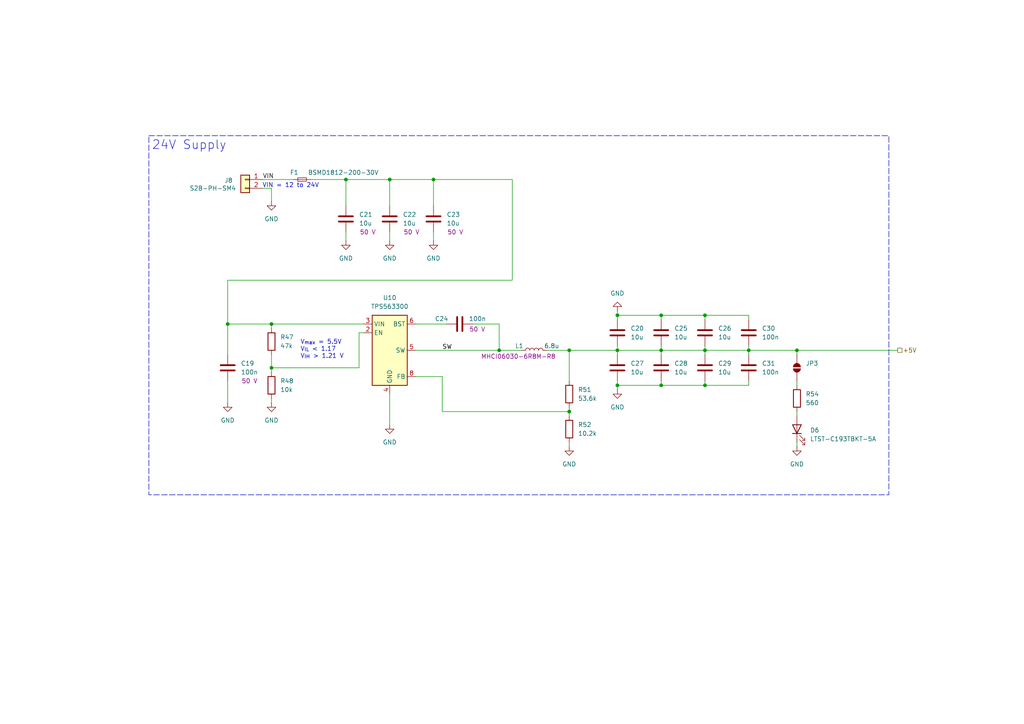
<source format=kicad_sch>
(kicad_sch (version 20250114) (generator "eeschema") (generator_version "9.0")
  (paper "A4")
  (lib_symbols
    (symbol "Connector_Generic:Conn_01x02" (pin_names (offset 1.016) (hide yes))
      (property "Reference" "J" (at 0 2.54 0))
      (property "Value" "Conn_01x02" (at 0 -5.08 0))
      (symbol "Conn_01x02_1_1"
        (rectangle (start -1.27 1.27) (end 1.27 -3.81) (stroke (width 0.254)) (fill (type background)))
        (rectangle (start -1.27 0.127) (end 0 -0.127) (stroke (width 0.1524)))
        (rectangle (start -1.27 -2.413) (end 0 -2.667) (stroke (width 0.1524)))
        (pin passive line (at -5.08 0 0) (length 3.81) (name "Pin_1") (number "1"))
        (pin passive line (at -5.08 -2.54 0) (length 3.81) (name "Pin_2") (number "2"))
      )
    )
    (symbol "Device:C" (pin_numbers (hide yes)) (pin_names (offset 0.254))
      (property "Reference" "C" (at 0.635 2.54 0))
      (property "Value" "C" (at 0.635 -2.54 0))
      (symbol "C_0_1"
        (polyline (pts (xy -2.032 0.762) (xy 2.032 0.762)) (stroke (width 0.508)))
        (polyline (pts (xy -2.032 -0.762) (xy 2.032 -0.762)) (stroke (width 0.508)))
      )
      (symbol "C_1_1"
        (pin passive line (at 0 3.81 270) (length 2.794) (name "~") (number "1"))
        (pin passive line (at 0 -3.81 90) (length 2.794) (name "~") (number "2"))
      )
    )
    (symbol "Device:Fuse_Small" (pin_numbers (hide yes)) (pin_names (offset 0.254) (hide yes))
      (property "Reference" "F" (at 0 -1.524 0))
      (property "Value" "Fuse_Small" (at 0 1.524 0))
      (symbol "Fuse_Small_0_1"
        (rectangle (start -1.27 0.508) (end 1.27 -0.508))
        (polyline (pts (xy -1.27 0) (xy 1.27 0)))
      )
      (symbol "Fuse_Small_1_1"
        (pin passive line (at -2.54 0 0) (length 1.27) (name "~") (number "1"))
        (pin passive line (at 2.54 0 180) (length 1.27) (name "~") (number "2"))
      )
    )
    (symbol "Device:L" (pin_numbers (hide yes)) (pin_names (offset 1.016) (hide yes))
      (property "Reference" "L" (at -1.27 0 90))
      (property "Value" "L" (at 1.905 0 90))
      (symbol "L_0_1"
        (arc (start 0 2.54) (mid 0.6323 1.905) (end 0 1.27))
        (arc (start 0 1.27) (mid 0.6323 0.635) (end 0 0))
        (arc (start 0 0) (mid 0.6323 -0.635) (end 0 -1.27))
        (arc (start 0 -1.27) (mid 0.6323 -1.905) (end 0 -2.54))
      )
      (symbol "L_1_1"
        (pin passive line (at 0 3.81 270) (length 1.27) (name "1") (number "1"))
        (pin passive line (at 0 -3.81 90) (length 1.27) (name "2") (number "2"))
      )
    )
    (symbol "Device:LED" (pin_numbers (hide yes)) (pin_names (offset 1.016) (hide yes))
      (property "Reference" "D" (at 0 2.54 0))
      (property "Value" "LED" (at 0 -2.54 0))
      (symbol "LED_0_1"
        (polyline (pts (xy -3.048 -0.762) (xy -4.572 -2.286) (xy -3.81 -2.286) (xy -4.572 -2.286) (xy -4.572 -1.524)))
        (polyline (pts (xy -1.778 -0.762) (xy -3.302 -2.286) (xy -2.54 -2.286) (xy -3.302 -2.286) (xy -3.302 -1.524)))
        (polyline (pts (xy -1.27 0) (xy 1.27 0)))
        (polyline (pts (xy -1.27 -1.27) (xy -1.27 1.27)) (stroke (width 0.254)))
        (polyline (pts (xy 1.27 -1.27) (xy 1.27 1.27) (xy -1.27 0) (xy 1.27 -1.27)) (stroke (width 0.254)))
      )
      (symbol "LED_1_1"
        (pin passive line (at -3.81 0 0) (length 2.54) (name "K") (number "1"))
        (pin passive line (at 3.81 0 180) (length 2.54) (name "A") (number "2"))
      )
    )
    (symbol "Device:R" (pin_numbers (hide yes)) (pin_names (offset 0))
      (property "Reference" "R" (at 2.032 0 90))
      (property "Value" "R" (at 0 0 90))
      (symbol "R_0_1"
        (rectangle (start -1.016 -2.54) (end 1.016 2.54) (stroke (width 0.254)))
      )
      (symbol "R_1_1"
        (pin passive line (at 0 3.81 270) (length 1.27) (name "~") (number "1"))
        (pin passive line (at 0 -3.81 90) (length 1.27) (name "~") (number "2"))
      )
    )
    (symbol "Jumper:SolderJumper_2_Open" (pin_numbers (hide yes)) (pin_names (offset 0) (hide yes)) (in_bom no)
      (property "Reference" "JP" (at 0 2.032 0))
      (property "Value" "SolderJumper_2_Open" (at 0 -2.54 0))
      (symbol "SolderJumper_2_Open_0_1"
        (polyline (pts (xy -0.254 1.016) (xy -0.254 -1.016)))
        (arc (start -0.254 -1.016) (mid -1.2656 0) (end -0.254 1.016))
        (arc (start -0.254 -1.016) (mid -1.2656 0) (end -0.254 1.016) (fill (type outline)))
        (arc (start 0.254 1.016) (mid 1.2656 0) (end 0.254 -1.016))
        (arc (start 0.254 1.016) (mid 1.2656 0) (end 0.254 -1.016) (fill (type outline)))
        (polyline (pts (xy 0.254 1.016) (xy 0.254 -1.016)))
      )
      (symbol "SolderJumper_2_Open_1_1"
        (pin passive line (at -3.81 0 0) (length 2.54) (name "A") (number "1"))
        (pin passive line (at 3.81 0 180) (length 2.54) (name "B") (number "2"))
      )
    )
    (symbol "Regulator_Switching:TPS563300"
      (property "Reference" "U" (at 0 13.97 0))
      (property "Value" "TPS563300" (at 0 11.43 0))
      (symbol "TPS563300_0_1"
        (rectangle (start -5.08 10.16) (end 5.08 -10.16) (stroke (width 0.254)) (fill (type background)))
      )
      (symbol "TPS563300_1_1"
        (pin power_in line (at -7.62 7.62 0) (length 2.54) (name "VIN") (number "3"))
        (pin input line (at -7.62 5.08 0) (length 2.54) (name "EN") (number "2"))
        (pin no_connect line (at -5.08 -2.54 0) (length 2.54) (hide yes) (name "NC") (number "7"))
        (pin no_connect line (at -5.08 -5.08 0) (length 2.54) (hide yes) (name "NC") (number "1"))
        (pin power_in line (at 0 -12.7 90) (length 2.54) (name "GND") (number "4"))
        (pin passive line (at 7.62 7.62 180) (length 2.54) (name "BST") (number "6"))
        (pin output line (at 7.62 0 180) (length 2.54) (name "SW") (number "5"))
        (pin input line (at 7.62 -7.62 180) (length 2.54) (name "FB") (number "8"))
      )
    )
    (symbol "power:GND" (power) (pin_numbers (hide yes)) (pin_names (offset 0) (hide yes))
      (property "Value" "GND" (at 0 -3.81 0))
      (symbol "GND_0_1"
        (polyline (pts (xy 0 0) (xy 0 -1.27) (xy 1.27 -1.27) (xy 0 -2.54) (xy -1.27 -1.27) (xy 0 -1.27)))
      )
      (symbol "GND_1_1"
        (pin power_in line (at 0 0 270) (length 0) (name "~") (number "1"))
      )
    )
  )
  (rectangle (start 43.18 39.37) (end 257.81 143.51) (stroke (width 0) (type dash)))
  (text "VIN = 12 to 24V" (at 84.328 53.848 0) (effects (font (size 1.27 1.27))))
  (text "V_{max} = 5.5V\nV_{IL} < 1.17\nV_{IH} > 1.21 V" (at 87.122 98.552 0) (effects (font (size 1.27 1.27)) (justify left top)))
  (text "24V Supply" (at 54.864 42.164 0) (effects (font (size 2.54 2.54))))
  (junction (at 113.03 52.07))
  (junction (at 100.33 52.07))
  (junction (at 231.14 101.6))
  (junction (at 204.47 101.6))
  (junction (at 191.77 111.76))
  (junction (at 179.07 91.44))
  (junction (at 78.74 93.98))
  (junction (at 165.1 101.6))
  (junction (at 204.47 91.44))
  (junction (at 125.73 52.07))
  (junction (at 191.77 91.44))
  (junction (at 78.74 106.68))
  (junction (at 165.1 119.38))
  (junction (at 217.17 101.6))
  (junction (at 144.78 101.6))
  (junction (at 66.04 93.98))
  (junction (at 191.77 101.6))
  (junction (at 179.07 111.76))
  (junction (at 204.47 111.76))
  (junction (at 179.07 101.6))
  (wire (pts (xy 125.73 67.31) (xy 125.73 69.85)))
  (wire (pts (xy 158.75 101.6) (xy 165.1 101.6)))
  (wire (pts (xy 78.74 54.61) (xy 78.74 58.42)))
  (wire (pts (xy 231.14 119.38) (xy 231.14 120.65)))
  (wire (pts (xy 179.07 102.87) (xy 179.07 101.6)))
  (wire (pts (xy 165.1 118.11) (xy 165.1 119.38)))
  (wire (pts (xy 100.33 67.31) (xy 100.33 69.85)))
  (wire (pts (xy 120.65 93.98) (xy 129.54 93.98)))
  (wire (pts (xy 204.47 100.33) (xy 204.47 101.6)))
  (wire (pts (xy 120.65 101.6) (xy 144.78 101.6)))
  (wire (pts (xy 217.17 100.33) (xy 217.17 101.6)))
  (wire (pts (xy 113.03 59.69) (xy 113.03 52.07)))
  (wire (pts (xy 191.77 101.6) (xy 191.77 102.87)))
  (wire (pts (xy 78.74 106.68) (xy 78.74 107.95)))
  (wire (pts (xy 66.04 81.28) (xy 66.04 93.98)))
  (wire (pts (xy 78.74 102.87) (xy 78.74 106.68)))
  (wire (pts (xy 204.47 111.76) (xy 217.17 111.76)))
  (wire (pts (xy 191.77 92.71) (xy 191.77 91.44)))
  (wire (pts (xy 148.59 81.28) (xy 66.04 81.28)))
  (wire (pts (xy 128.27 119.38) (xy 165.1 119.38)))
  (wire (pts (xy 113.03 114.3) (xy 113.03 123.19)))
  (wire (pts (xy 100.33 59.69) (xy 100.33 52.07)))
  (wire (pts (xy 217.17 101.6) (xy 231.14 101.6)))
  (wire (pts (xy 179.07 91.44) (xy 179.07 92.71)))
  (wire (pts (xy 125.73 52.07) (xy 148.59 52.07)))
  (wire (pts (xy 90.17 52.07) (xy 100.33 52.07)))
  (wire (pts (xy 204.47 110.49) (xy 204.47 111.76)))
  (wire (pts (xy 191.77 100.33) (xy 191.77 101.6)))
  (wire (pts (xy 204.47 101.6) (xy 204.47 102.87)))
  (wire (pts (xy 128.27 109.22) (xy 120.65 109.22)))
  (wire (pts (xy 165.1 128.27) (xy 165.1 129.54)))
  (wire (pts (xy 204.47 91.44) (xy 217.17 91.44)))
  (wire (pts (xy 66.04 93.98) (xy 66.04 102.87)))
  (wire (pts (xy 148.59 52.07) (xy 148.59 81.28)))
  (wire (pts (xy 231.14 101.6) (xy 260.35 101.6)))
  (wire (pts (xy 113.03 67.31) (xy 113.03 69.85)))
  (wire (pts (xy 165.1 101.6) (xy 165.1 110.49)))
  (wire (pts (xy 66.04 93.98) (xy 78.74 93.98)))
  (wire (pts (xy 191.77 91.44) (xy 204.47 91.44)))
  (wire (pts (xy 128.27 109.22) (xy 128.27 119.38)))
  (wire (pts (xy 66.04 110.49) (xy 66.04 116.84)))
  (wire (pts (xy 231.14 128.27) (xy 231.14 129.54)))
  (wire (pts (xy 179.07 101.6) (xy 191.77 101.6)))
  (wire (pts (xy 78.74 93.98) (xy 78.74 95.25)))
  (wire (pts (xy 231.14 101.6) (xy 231.14 102.87)))
  (wire (pts (xy 105.41 93.98) (xy 78.74 93.98)))
  (wire (pts (xy 78.74 115.57) (xy 78.74 116.84)))
  (wire (pts (xy 217.17 92.71) (xy 217.17 91.44)))
  (wire (pts (xy 179.07 90.17) (xy 179.07 91.44)))
  (wire (pts (xy 217.17 101.6) (xy 217.17 102.87)))
  (wire (pts (xy 204.47 92.71) (xy 204.47 91.44)))
  (wire (pts (xy 179.07 111.76) (xy 179.07 113.03)))
  (wire (pts (xy 144.78 101.6) (xy 144.78 93.98)))
  (wire (pts (xy 165.1 101.6) (xy 179.07 101.6)))
  (wire (pts (xy 104.14 96.52) (xy 105.41 96.52)))
  (wire (pts (xy 76.2 52.07) (xy 85.09 52.07)))
  (wire (pts (xy 78.74 106.68) (xy 104.14 106.68)))
  (wire (pts (xy 191.77 110.49) (xy 191.77 111.76)))
  (wire (pts (xy 191.77 111.76) (xy 204.47 111.76)))
  (wire (pts (xy 179.07 91.44) (xy 191.77 91.44)))
  (wire (pts (xy 179.07 100.33) (xy 179.07 101.6)))
  (wire (pts (xy 191.77 101.6) (xy 204.47 101.6)))
  (wire (pts (xy 76.2 54.61) (xy 78.74 54.61)))
  (wire (pts (xy 231.14 110.49) (xy 231.14 111.76)))
  (wire (pts (xy 179.07 110.49) (xy 179.07 111.76)))
  (wire (pts (xy 144.78 93.98) (xy 137.16 93.98)))
  (wire (pts (xy 100.33 52.07) (xy 113.03 52.07)))
  (wire (pts (xy 165.1 119.38) (xy 165.1 120.65)))
  (wire (pts (xy 113.03 52.07) (xy 125.73 52.07)))
  (wire (pts (xy 104.14 106.68) (xy 104.14 96.52)))
  (wire (pts (xy 144.78 101.6) (xy 151.13 101.6)))
  (wire (pts (xy 179.07 111.76) (xy 191.77 111.76)))
  (wire (pts (xy 204.47 101.6) (xy 217.17 101.6)))
  (wire (pts (xy 217.17 110.49) (xy 217.17 111.76)))
  (wire (pts (xy 125.73 59.69) (xy 125.73 52.07)))
  (label "VIN" (at 76.2 52.07 0))
  (label "SW" (at 128.27 101.6 0))
  (hierarchical_label "+5V" (shape passive) (at 260.35 101.6 0))
  (symbol (lib_id "Regulator_Switching:TPS563300") (at 113.03 101.6 0) (unit 1)
    (property "Reference" "U10" (at 113.03 86.36 0))
    (property "Value" "TPS563300" (at 113.03 88.9 0))
    (property "Footprint" "Package_TO_SOT_SMD:SOT-583-8" (effects (hide yes)))
    (property "Datasheet" "https://www.ti.com/lit/ds/symlink/tps563300.pdf" (effects (hide yes)))
    (property "Description" "3.8-28V, 3A Synchronous Buck Converters with pulse frequency modulation (PFM), SOT583-8" (effects (hide yes)))
    (property "MFG" "Texas Instruments" (effects (hide yes)))
    (property "MFG#" "TPS563300DRLR" (effects (hide yes)))
    (property "DigiKey" "296-TPS563300DRLRCT-ND" (effects (hide yes)))
  )
  (symbol (lib_id "Device:C") (at 204.47 96.52 0) (unit 1)
    (property "Reference" "C26" (at 208.28 95.2499 0) (effects (justify left)))
    (property "Value" "10u" (at 208.28 97.7899 0) (effects (justify left)))
    (property "Footprint" "Capacitor_SMD:C_0603_1608Metric" (effects (hide yes)))
    (property "Description" "Unpolarized capacitor" (effects (hide yes)))
    (property "MFG" "Taiyo Yuden" (effects (hide yes)))
    (property "MFG#" "LMK107BBJ106MALT" (effects (hide yes)))
    (property "DigiKey" "587-3258-1-ND" (effects (hide yes)))
    (property "Distri Link" "https://www.digikey.de/de/products/detail/taiyo-yuden/LMK107BBJ106MALT/3662195?s=N4IgTCBcDaIKwA4DsBaAzGRKCMKByAIiALoC%2BQA" (effects (hide yes)))
  )
  (symbol (lib_id "power:GND") (at 179.07 113.03 0) (unit 1)
    (property "Reference" "#PWR084" (effects (hide yes)))
    (property "Value" "GND" (at 179.07 118.11 0))
    (property "Description" "Power symbol creates a global label with name \"GND\" , ground" (effects (hide yes)))
  )
  (symbol (lib_id "power:GND") (at 100.33 69.85 0) (unit 1)
    (property "Reference" "#PWR076" (effects (hide yes)))
    (property "Value" "GND" (at 100.33 74.93 0))
    (property "Description" "Power symbol creates a global label with name \"GND\" , ground" (effects (hide yes)))
  )
  (symbol (lib_id "Device:C") (at 66.04 106.68 0) (unit 1)
    (property "Reference" "C19" (at 69.85 105.4099 0) (effects (justify left)))
    (property "Value" "100n" (at 69.85 107.9499 0) (effects (justify left)))
    (property "Footprint" "Resistor_SMD:R_0603_1608Metric" (effects (hide yes)))
    (property "Description" "Unpolarized capacitor" (effects (hide yes)))
    (property "Voltage" "50 V" (at 72.39 110.49 0))
    (property "MFG" "KEMET" (effects (hide yes)))
    (property "MFG#" "C0603C104K5RACTU" (effects (hide yes)))
    (property "DigiKey" "399-C0603C104K5RACTUCT-ND" (effects (hide yes)))
  )
  (symbol (lib_id "Device:R") (at 165.1 124.46 0) (unit 1)
    (property "Reference" "R52" (at 167.64 123.1899 0) (effects (justify left)))
    (property "Value" "10.2k" (at 167.64 125.7299 0) (effects (justify left)))
    (property "Footprint" "Resistor_SMD:R_0603_1608Metric" (effects (hide yes)))
    (property "Description" "Resistor" (effects (hide yes)))
    (property "MFG" "YAGEO" (effects (hide yes)))
    (property "MFG#" "RC0603FR-0710K2L" (effects (hide yes)))
    (property "DigiKey" "311-10.2KHRCT-ND" (effects (hide yes)))
  )
  (symbol (lib_id "Device:C") (at 217.17 106.68 0) (unit 1)
    (property "Reference" "C31" (at 220.98 105.4099 0) (effects (justify left)))
    (property "Value" "100n" (at 220.98 107.9499 0) (effects (justify left)))
    (property "Footprint" "Capacitor_SMD:C_0603_1608Metric" (effects (hide yes)))
    (property "Description" "Unpolarized capacitor" (effects (hide yes)))
    (property "MFG" "KEMET" (effects (hide yes)))
    (property "MFG#" "C0603C104K3RACTU" (effects (hide yes)))
    (property "DigiKey" "399-C0603C104K3RACTUCT-ND" (effects (hide yes)))
    (property "Distri Link" "https://www.digikey.de/de/products/detail/kemet/C0603C104K3RACTU/416044?s=N4IgTCBcDaIMwE4EFoDCAGAbOuqCM6ALANJwBKAgqgCoCqNyAcgCIgC6AvkA" (effects (hide yes)))
  )
  (symbol (lib_id "power:GND") (at 125.73 69.85 0) (unit 1)
    (property "Reference" "#PWR080" (effects (hide yes)))
    (property "Value" "GND" (at 125.73 74.93 0))
    (property "Description" "Power symbol creates a global label with name \"GND\" , ground" (effects (hide yes)))
  )
  (symbol (lib_id "Device:C") (at 191.77 96.52 0) (unit 1)
    (property "Reference" "C25" (at 195.58 95.2499 0) (effects (justify left)))
    (property "Value" "10u" (at 195.58 97.7899 0) (effects (justify left)))
    (property "Footprint" "Capacitor_SMD:C_0603_1608Metric" (effects (hide yes)))
    (property "Description" "Unpolarized capacitor" (effects (hide yes)))
    (property "MFG" "Taiyo Yuden" (effects (hide yes)))
    (property "MFG#" "LMK107BBJ106MALT" (effects (hide yes)))
    (property "DigiKey" "587-3258-1-ND" (effects (hide yes)))
    (property "Distri Link" "https://www.digikey.de/de/products/detail/taiyo-yuden/LMK107BBJ106MALT/3662195?s=N4IgTCBcDaIKwA4DsBaAzGRKCMKByAIiALoC%2BQA" (effects (hide yes)))
  )
  (symbol (lib_id "power:GND") (at 113.03 69.85 0) (unit 1)
    (property "Reference" "#PWR077" (effects (hide yes)))
    (property "Value" "GND" (at 113.03 74.93 0))
    (property "Description" "Power symbol creates a global label with name \"GND\" , ground" (effects (hide yes)))
  )
  (symbol (lib_id "power:GND") (at 66.04 116.84 0) (unit 1)
    (property "Reference" "#PWR071" (effects (hide yes)))
    (property "Value" "GND" (at 66.04 121.92 0))
    (property "Description" "Power symbol creates a global label with name \"GND\" , ground" (effects (hide yes)))
  )
  (symbol (lib_id "power:GND") (at 165.1 129.54 0) (unit 1)
    (property "Reference" "#PWR082" (effects (hide yes)))
    (property "Value" "GND" (at 165.1 134.62 0))
    (property "Description" "Power symbol creates a global label with name \"GND\" , ground" (effects (hide yes)))
  )
  (symbol (lib_id "Connector_Generic:Conn_01x02") (at 71.12 52.07 0) (mirror y) (unit 1)
    (property "Reference" "J8" (at 66.294 52.324 0))
    (property "Value" "S2B-PH-SM4" (at 61.722 54.61 0))
    (property "Footprint" "Connector_JST:JST_PH_S2B-PH-SM4-TB_1x02-1MP_P2.00mm_Horizontal" (effects (hide yes)))
    (property "Description" "Generic connector, single row, 01x02, script generated (kicad-library-utils/schlib/autogen/connector/)" (effects (hide yes)))
    (property "MFG" "JST Sales America Inc." (effects (hide yes)))
    (property "MFG#" "S2B-PH-SM4-TB" (effects (hide yes)))
    (property "DigiKey" "455-S2B-PH-SM4-TBCT-ND" (effects (hide yes)))
    (property "Distri Link" "https://www.digikey.de/de/products/detail/jst-sales-america-inc/S2B-PH-SM4-TB/926655?s=N4IgTCBcDaICwFYEFoDKYBCyAKAJNAsnMgCoYDCJyAcgCIgC6AvkA" (effects (hide yes)))
  )
  (symbol (lib_id "Device:C") (at 113.03 63.5 0) (unit 1)
    (property "Reference" "C22" (at 116.84 62.2299 0) (effects (justify left)))
    (property "Value" "10u" (at 116.84 64.7699 0) (effects (justify left)))
    (property "Footprint" "Resistor_SMD:R_0805_2012Metric" (effects (hide yes)))
    (property "Description" "Unpolarized capacitor" (effects (hide yes)))
    (property "Voltage" "50 V" (at 119.38 67.31 0))
    (property "MFG" "Samsung Electro-Mechanics" (effects (hide yes)))
    (property "MFG#" "CL31A106KBHNNNE" (effects (hide yes)))
    (property "DigiKey" "1276-2876-1-ND" (effects (hide yes)))
  )
  (symbol (lib_id "Device:R") (at 78.74 111.76 0) (unit 1)
    (property "Reference" "R48" (at 81.28 110.4899 0) (effects (justify left)))
    (property "Value" "10k" (at 81.28 113.0299 0) (effects (justify left)))
    (property "Footprint" "Resistor_SMD:R_0603_1608Metric" (effects (hide yes)))
    (property "Description" "Resistor" (effects (hide yes)))
    (property "MFG" "YAGEO" (effects (hide yes)))
    (property "MFG#" "RC0603FR-0710KL" (effects (hide yes)))
    (property "DigiKey" "311-10.0KHRCT-ND" (effects (hide yes)))
  )
  (symbol (lib_id "Device:C") (at 179.07 106.68 0) (unit 1)
    (property "Reference" "C27" (at 182.88 105.4099 0) (effects (justify left)))
    (property "Value" "10u" (at 182.88 107.9499 0) (effects (justify left)))
    (property "Footprint" "Capacitor_SMD:C_0603_1608Metric" (effects (hide yes)))
    (property "Description" "Unpolarized capacitor" (effects (hide yes)))
    (property "MFG" "Taiyo Yuden" (effects (hide yes)))
    (property "MFG#" "LMK107BBJ106MALT" (effects (hide yes)))
    (property "DigiKey" "587-3258-1-ND" (effects (hide yes)))
    (property "Distri Link" "https://www.digikey.de/de/products/detail/taiyo-yuden/LMK107BBJ106MALT/3662195?s=N4IgTCBcDaIKwA4DsBaAzGRKCMKByAIiALoC%2BQA" (effects (hide yes)))
  )
  (symbol (lib_id "Device:C") (at 191.77 106.68 0) (unit 1)
    (property "Reference" "C28" (at 195.58 105.4099 0) (effects (justify left)))
    (property "Value" "10u" (at 195.58 107.9499 0) (effects (justify left)))
    (property "Footprint" "Capacitor_SMD:C_0603_1608Metric" (effects (hide yes)))
    (property "Description" "Unpolarized capacitor" (effects (hide yes)))
    (property "MFG" "Taiyo Yuden" (effects (hide yes)))
    (property "MFG#" "LMK107BBJ106MALT" (effects (hide yes)))
    (property "DigiKey" "587-3258-1-ND" (effects (hide yes)))
    (property "Distri Link" "https://www.digikey.de/de/products/detail/taiyo-yuden/LMK107BBJ106MALT/3662195?s=N4IgTCBcDaIKwA4DsBaAzGRKCMKByAIiALoC%2BQA" (effects (hide yes)))
  )
  (symbol (lib_id "power:GND") (at 113.03 123.19 0) (unit 1)
    (property "Reference" "#PWR078" (effects (hide yes)))
    (property "Value" "GND" (at 113.03 128.27 0))
    (property "Description" "Power symbol creates a global label with name \"GND\" , ground" (effects (hide yes)))
  )
  (symbol (lib_id "Device:R") (at 78.74 99.06 0) (unit 1)
    (property "Reference" "R47" (at 81.28 97.7899 0) (effects (justify left)))
    (property "Value" "47k" (at 81.28 100.3299 0) (effects (justify left)))
    (property "Footprint" "Resistor_SMD:R_0603_1608Metric" (effects (hide yes)))
    (property "Description" "Resistor" (effects (hide yes)))
    (property "MFG" "YAGEO" (effects (hide yes)))
    (property "MFG#" "RC0603FR-0747KL" (effects (hide yes)))
    (property "DigiKey" "311-47.0KHRCT-ND" (effects (hide yes)))
  )
  (symbol (lib_id "Device:C") (at 217.17 96.52 0) (unit 1)
    (property "Reference" "C30" (at 220.98 95.2499 0) (effects (justify left)))
    (property "Value" "100n" (at 220.98 97.7899 0) (effects (justify left)))
    (property "Footprint" "Capacitor_SMD:C_0603_1608Metric" (effects (hide yes)))
    (property "Description" "Unpolarized capacitor" (effects (hide yes)))
    (property "MFG" "KEMET" (effects (hide yes)))
    (property "MFG#" "C0603C104K3RACTU" (effects (hide yes)))
    (property "DigiKey" "399-C0603C104K3RACTUCT-ND" (effects (hide yes)))
    (property "Distri Link" "https://www.digikey.de/de/products/detail/kemet/C0603C104K3RACTU/416044?s=N4IgTCBcDaIMwE4EFoDCAGAbOuqCM6ALANJwBKAgqgCoCqNyAcgCIgC6AvkA" (effects (hide yes)))
  )
  (symbol (lib_id "Device:Fuse_Small") (at 87.63 52.07 0) (unit 1)
    (property "Reference" "F1" (at 85.344 50.038 0))
    (property "Value" "BSMD1812-200-30V" (at 99.568 50.038 0))
    (property "Footprint" "Fuse:Fuse_1812_4532Metric" (effects (hide yes)))
    (property "Description" "Fuse, small symbol" (effects (hide yes)))
    (property "MFG" "BHFUSE" (effects (hide yes)))
    (property "MFG#" "BSMD1812-200-30V" (effects (hide yes)))
  )
  (symbol (lib_id "power:GND") (at 78.74 116.84 0) (unit 1)
    (property "Reference" "#PWR072" (effects (hide yes)))
    (property "Value" "GND" (at 78.74 121.92 0))
    (property "Description" "Power symbol creates a global label with name \"GND\" , ground" (effects (hide yes)))
  )
  (symbol (lib_id "Device:R") (at 165.1 114.3 0) (unit 1)
    (property "Reference" "R51" (at 167.64 113.0299 0) (effects (justify left)))
    (property "Value" "53.6k" (at 167.64 115.5699 0) (effects (justify left)))
    (property "Footprint" "Resistor_SMD:R_0603_1608Metric" (effects (hide yes)))
    (property "Description" "Resistor" (effects (hide yes)))
    (property "MFG" "YAGEO" (effects (hide yes)))
    (property "MFG#" "RC0603FR-0753K6L" (effects (hide yes)))
    (property "DigiKey" "311-53.6KHRCT-ND" (effects (hide yes)))
  )
  (symbol (lib_id "Jumper:SolderJumper_2_Open") (at 231.14 106.68 90) (unit 1) (in_bom no)
    (property "Reference" "JP3" (at 233.68 105.4099 90) (effects (justify right)))
    (property "Value" "SolderJumper_2_Open" (effects (hide yes)))
    (property "Footprint" "Jumper:SolderJumper-2_P1.3mm_Open_TrianglePad1.0x1.5mm" (effects (hide yes)))
    (property "Description" "Solder Jumper, 2-pole, open" (effects (hide yes)))
  )
  (symbol (lib_id "Device:C") (at 100.33 63.5 0) (unit 1)
    (property "Reference" "C21" (at 104.14 62.2299 0) (effects (justify left)))
    (property "Value" "10u" (at 104.14 64.7699 0) (effects (justify left)))
    (property "Footprint" "Resistor_SMD:R_0805_2012Metric" (effects (hide yes)))
    (property "Description" "Unpolarized capacitor" (effects (hide yes)))
    (property "Voltage" "50 V" (at 106.68 67.31 0))
    (property "MFG" "Samsung Electro-Mechanics" (effects (hide yes)))
    (property "MFG#" "CL31A106KBHNNNE" (effects (hide yes)))
    (property "DigiKey" "1276-2876-1-ND" (effects (hide yes)))
  )
  (symbol (lib_id "power:GND") (at 179.07 90.17 180) (unit 1)
    (property "Reference" "#PWR083" (effects (hide yes)))
    (property "Value" "GND" (at 179.07 85.09 0))
    (property "Description" "Power symbol creates a global label with name \"GND\" , ground" (effects (hide yes)))
  )
  (symbol (lib_id "Device:C") (at 133.35 93.98 90) (unit 1)
    (property "Reference" "C24" (at 130.048 92.456 90) (effects (justify left)))
    (property "Value" "100n" (at 140.97 92.456 90) (effects (justify left)))
    (property "Footprint" "Resistor_SMD:R_0603_1608Metric" (effects (hide yes)))
    (property "Description" "Unpolarized capacitor" (effects (hide yes)))
    (property "Voltage" "50 V" (at 138.43 95.504 90))
    (property "MFG" "KEMET" (effects (hide yes)))
    (property "MFG#" "C0603C104K5RACTU" (effects (hide yes)))
    (property "DigiKey" "399-C0603C104K5RACTUCT-ND" (effects (hide yes)))
  )
  (symbol (lib_id "power:GND") (at 78.74 58.42 0) (unit 1)
    (property "Reference" "#PWR073" (effects (hide yes)))
    (property "Value" "GND" (at 78.74 63.5 0))
    (property "Description" "Power symbol creates a global label with name \"GND\" , ground" (effects (hide yes)))
  )
  (symbol (lib_id "Device:R") (at 231.14 115.57 0) (unit 1)
    (property "Reference" "R54" (at 233.68 114.2999 0) (effects (justify left)))
    (property "Value" "560" (at 233.68 116.8399 0) (effects (justify left)))
    (property "Footprint" "Resistor_SMD:R_0603_1608Metric" (effects (hide yes)))
    (property "Description" "Resistor" (effects (hide yes)))
    (property "MFG" "CTS Resistor Products" (effects (hide yes)))
    (property "MFG#" "73L2R56J" (effects (hide yes)))
    (property "DigiKey" "60-73L2R56JCT-ND" (effects (hide yes)))
    (property "Distri Link" "https://www.digikey.de/de/products/detail/vishay-dale/CRCW0603100RFKEA/1174554?s=N4IgTCBcDaIKwBYCMBaJAGdAJAwgFRQDkAREAXQF8g" (effects (hide yes)))
  )
  (symbol (lib_id "Device:C") (at 179.07 96.52 0) (unit 1)
    (property "Reference" "C20" (at 182.88 95.2499 0) (effects (justify left)))
    (property "Value" "10u" (at 182.88 97.7899 0) (effects (justify left)))
    (property "Footprint" "Capacitor_SMD:C_0603_1608Metric" (effects (hide yes)))
    (property "Description" "Unpolarized capacitor" (effects (hide yes)))
    (property "MFG" "Taiyo Yuden" (effects (hide yes)))
    (property "MFG#" "LMK107BBJ106MALT" (effects (hide yes)))
    (property "DigiKey" "587-3258-1-ND" (effects (hide yes)))
    (property "Distri Link" "https://www.digikey.de/de/products/detail/taiyo-yuden/LMK107BBJ106MALT/3662195?s=N4IgTCBcDaIKwA4DsBaAzGRKCMKByAIiALoC%2BQA" (effects (hide yes)))
  )
  (symbol (lib_id "Device:C") (at 204.47 106.68 0) (unit 1)
    (property "Reference" "C29" (at 208.28 105.4099 0) (effects (justify left)))
    (property "Value" "10u" (at 208.28 107.9499 0) (effects (justify left)))
    (property "Footprint" "Capacitor_SMD:C_0603_1608Metric" (effects (hide yes)))
    (property "Description" "Unpolarized capacitor" (effects (hide yes)))
    (property "MFG" "Taiyo Yuden" (effects (hide yes)))
    (property "MFG#" "LMK107BBJ106MALT" (effects (hide yes)))
    (property "DigiKey" "587-3258-1-ND" (effects (hide yes)))
    (property "Distri Link" "https://www.digikey.de/de/products/detail/taiyo-yuden/LMK107BBJ106MALT/3662195?s=N4IgTCBcDaIKwA4DsBaAzGRKCMKByAIiALoC%2BQA" (effects (hide yes)))
  )
  (symbol (lib_id "power:GND") (at 231.14 129.54 0) (unit 1)
    (property "Reference" "#PWR088" (effects (hide yes)))
    (property "Value" "GND" (at 231.14 134.62 0))
    (property "Description" "Power symbol creates a global label with name \"GND\" , ground" (effects (hide yes)))
  )
  (symbol (lib_id "Device:LED") (at 231.14 124.46 90) (unit 1)
    (property "Reference" "D6" (at 234.95 124.7774 90) (effects (justify right)))
    (property "Value" "LTST-C193TBKT-5A" (at 234.95 127.3174 90) (effects (justify right)))
    (property "Footprint" "LED_SMD:LED_0603_1608Metric" (effects (hide yes)))
    (property "Description" "Light emitting diode" (effects (hide yes)))
    (property "Sim.Pins" "1=K 2=A" (effects (hide yes)))
    (property "MFG" "Lite-On Inc." (effects (hide yes)))
    (property "MFG#" "LTST-C193TBKT-5A" (effects (hide yes)))
    (property "DigiKey" "160-1827-1-ND" (effects (hide yes)))
    (property "Distri Link" "https://www.digikey.de/de/products/detail/liteon/LTST-C193TBKT-5A/2053656" (effects (hide yes)))
  )
  (symbol (lib_id "Device:L") (at 154.94 101.6 90) (unit 1)
    (property "Reference" "L1" (at 150.622 100.33 90))
    (property "Value" "6.8u" (at 160.02 100.33 90))
    (property "Footprint" "Inductor_SMD:L_Chilisin_BMRx00060630" (effects (hide yes)))
    (property "Description" "Inductor" (effects (hide yes)))
    (property "MFG" " Chilisin Elec" (effects (hide yes)))
    (property "MFG#" " MHCI06030-6R8M-R8" (at 149.86 103.378 90))
  )
  (symbol (lib_id "Device:C") (at 125.73 63.5 0) (unit 1)
    (property "Reference" "C23" (at 129.54 62.2299 0) (effects (justify left)))
    (property "Value" "10u" (at 129.54 64.7699 0) (effects (justify left)))
    (property "Footprint" "Resistor_SMD:R_0805_2012Metric" (effects (hide yes)))
    (property "Description" "Unpolarized capacitor" (effects (hide yes)))
    (property "Voltage" "50 V" (at 132.08 67.31 0))
    (property "MFG" "Samsung Electro-Mechanics" (effects (hide yes)))
    (property "MFG#" "CL31A106KBHNNNE" (effects (hide yes)))
    (property "DigiKey" "1276-2876-1-ND" (effects (hide yes)))
  )
)
</source>
